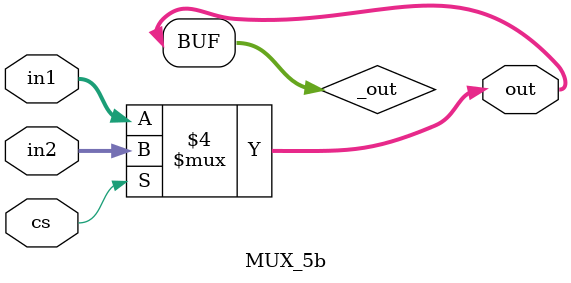
<source format=v>
module MUX_32b(in1, in2, cs, out);

output reg [31:0] out;

input wire [31:0] in1, in2;
input wire cs;


always @ (*)
begin
    if (cs==1'b1) begin
        out<=in2;
    end

    else begin
        out<=in1;
    end

end
endmodule

module MUX_5b(in1, in2, cs, out);

output wire [4:0] out;

input wire [4:0] in1, in2;
input wire cs;

reg[4:0] _out;

always @(cs or in1 or in2)
begin
if (cs==1'b0)
    _out=in1;

else _out=in2;
end
assign out = _out[4:0];
endmodule
</source>
